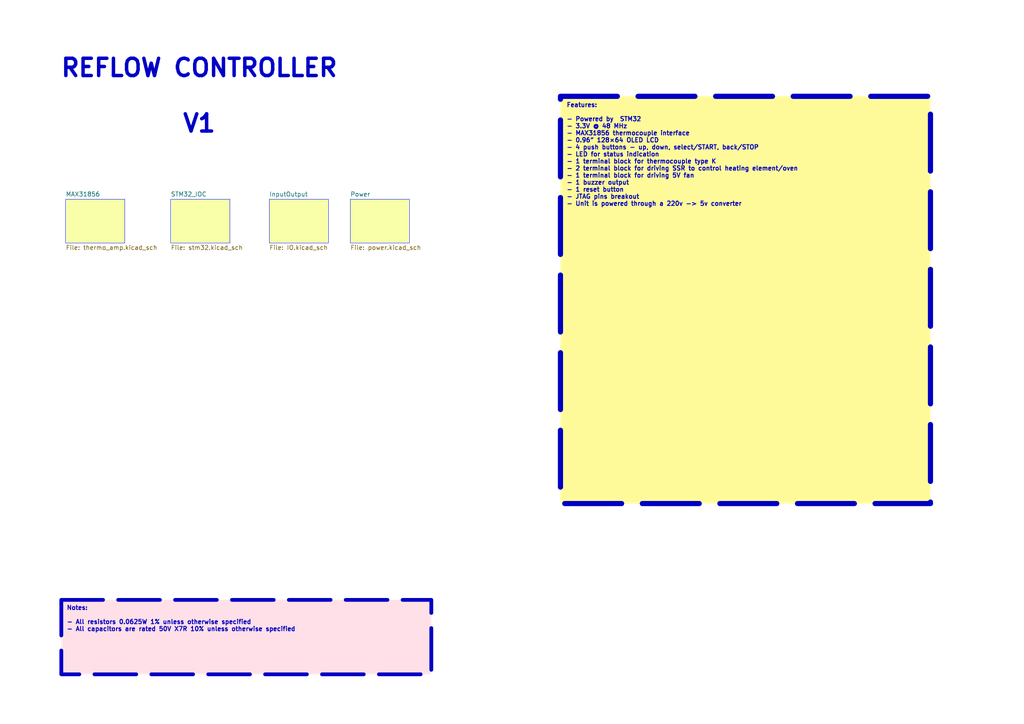
<source format=kicad_sch>
(kicad_sch
	(version 20231120)
	(generator "eeschema")
	(generator_version "8.0")
	(uuid "07cb1bc2-09ed-423e-83c4-829f3663d8b1")
	(paper "A4")
	(title_block
		(title "ElectroDonkey Reflow Master")
		(date "2024-06-04")
		(rev "V1")
		(company "Electrodonkey")
		(comment 1 "CC-BY-SA 4.0")
	)
	(lib_symbols)
	(text_box "Features:\n\n- Powered by  STM32\n- 3.3V @ 48 MHz\n- MAX31856 thermocouple interface\n- 0.96″ 128×64 OLED LCD\n- 4 push buttons - up, down, select/START, back/STOP\n- LED for status indication\n- 1 terminal block for thermocouple type K\n- 2 terminal block for driving SSR to control heating element/oven\n- 1 terminal block for driving 5V fan\n- 1 buzzer output\n- 1 reset button\n- JTAG pins breakout\n- Unit is powered through a 220v -> 5v converter\n    \n"
		(exclude_from_sim no)
		(at 162.56 27.94 0)
		(size 107.315 118.11)
		(stroke
			(width 1.5)
			(type dash)
		)
		(fill
			(type color)
			(color 255 250 153 1)
		)
		(effects
			(font
				(size 1.27 1.27)
				(thickness 0.254)
				(bold yes)
			)
			(justify left top)
		)
		(uuid "0980a3ae-4303-4b20-b903-ec085cf7c72a")
	)
	(text_box "Notes:\n\n- All resistors 0.0625W 1% unless otherwise specified\n- All capacitors are rated 50V X7R 10% unless otherwise specified\n"
		(exclude_from_sim no)
		(at 17.78 173.99 0)
		(size 107.315 21.59)
		(stroke
			(width 1.1)
			(type dash)
		)
		(fill
			(type color)
			(color 255 224 232 1)
		)
		(effects
			(font
				(size 1.27 1.27)
				(thickness 0.254)
				(bold yes)
			)
			(justify left top)
		)
		(uuid "69be64b2-f466-4450-9e92-cd74aa779199")
	)
	(text "REFLOW CONTROLLER\n\n${REVISION}"
		(exclude_from_sim no)
		(at 57.785 27.94 0)
		(effects
			(font
				(size 5 5)
				(thickness 1)
				(bold yes)
			)
		)
		(uuid "4a9db988-04f3-46fe-93a8-65673cb31b84")
	)
	(sheet
		(at 19.05 57.785)
		(size 17.145 12.7)
		(fields_autoplaced yes)
		(stroke
			(width 0.1524)
			(type solid)
			(color 40 63 255 1)
		)
		(fill
			(color 249 255 169 1.0000)
		)
		(uuid "2ade865c-f284-46a5-aa46-0486a8285731")
		(property "Sheetname" "MAX31856"
			(at 19.05 57.0734 0)
			(effects
				(font
					(size 1.27 1.27)
				)
				(justify left bottom)
			)
		)
		(property "Sheetfile" "thermo_amp.kicad_sch"
			(at 19.05 71.0696 0)
			(effects
				(font
					(size 1.27 1.27)
				)
				(justify left top)
			)
		)
		(instances
			(project "reflow_master"
				(path "/07cb1bc2-09ed-423e-83c4-829f3663d8b1"
					(page "2")
				)
			)
		)
	)
	(sheet
		(at 49.53 57.785)
		(size 17.145 12.7)
		(fields_autoplaced yes)
		(stroke
			(width 0.1524)
			(type solid)
			(color 40 63 255 1)
		)
		(fill
			(color 249 255 169 1.0000)
		)
		(uuid "747a1b98-832c-46ea-80d8-1c693bb50ee4")
		(property "Sheetname" "STM32_IOC"
			(at 49.53 57.0734 0)
			(effects
				(font
					(size 1.27 1.27)
				)
				(justify left bottom)
			)
		)
		(property "Sheetfile" "stm32.kicad_sch"
			(at 49.53 71.0696 0)
			(effects
				(font
					(size 1.27 1.27)
				)
				(justify left top)
			)
		)
		(instances
			(project "reflow_master"
				(path "/07cb1bc2-09ed-423e-83c4-829f3663d8b1"
					(page "3")
				)
			)
		)
	)
	(sheet
		(at 101.6 57.785)
		(size 17.145 12.7)
		(fields_autoplaced yes)
		(stroke
			(width 0.1524)
			(type solid)
			(color 40 63 255 1)
		)
		(fill
			(color 249 255 169 1.0000)
		)
		(uuid "8ab77682-46c4-4eb3-8052-5f8ddbdb3389")
		(property "Sheetname" "Power"
			(at 101.6 57.0734 0)
			(effects
				(font
					(size 1.27 1.27)
				)
				(justify left bottom)
			)
		)
		(property "Sheetfile" "power.kicad_sch"
			(at 101.6 71.0696 0)
			(effects
				(font
					(size 1.27 1.27)
				)
				(justify left top)
			)
		)
		(instances
			(project "reflow_master"
				(path "/07cb1bc2-09ed-423e-83c4-829f3663d8b1"
					(page "5")
				)
			)
		)
	)
	(sheet
		(at 78.105 57.785)
		(size 17.145 12.7)
		(fields_autoplaced yes)
		(stroke
			(width 0.1524)
			(type solid)
			(color 40 63 255 1)
		)
		(fill
			(color 249 255 169 1.0000)
		)
		(uuid "b7dbc7d0-121c-4f98-96dc-61a66fbc063d")
		(property "Sheetname" "InputOutput"
			(at 78.105 57.0734 0)
			(effects
				(font
					(size 1.27 1.27)
				)
				(justify left bottom)
			)
		)
		(property "Sheetfile" "IO.kicad_sch"
			(at 78.105 71.0696 0)
			(effects
				(font
					(size 1.27 1.27)
				)
				(justify left top)
			)
		)
		(instances
			(project "reflow_master"
				(path "/07cb1bc2-09ed-423e-83c4-829f3663d8b1"
					(page "4")
				)
			)
		)
	)
	(sheet_instances
		(path "/"
			(page "1")
		)
	)
)

</source>
